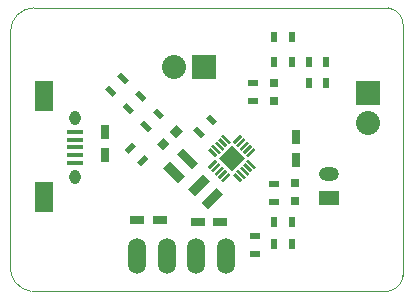
<source format=gbr>
G04 #@! TF.FileFunction,Soldermask,Top*
%FSLAX46Y46*%
G04 Gerber Fmt 4.6, Leading zero omitted, Abs format (unit mm)*
G04 Created by KiCad (PCBNEW 4.0.1-stable) date 12/17/2015 10:37:29 AM*
%MOMM*%
G01*
G04 APERTURE LIST*
%ADD10C,0.100000*%
%ADD11O,1.506220X3.014980*%
%ADD12R,0.750000X1.200000*%
%ADD13R,0.750000X0.800000*%
%ADD14R,1.200000X0.750000*%
%ADD15R,1.350000X0.400000*%
%ADD16O,0.950000X1.250000*%
%ADD17R,1.550000X2.500000*%
%ADD18R,0.797560X0.797560*%
%ADD19R,1.700000X1.200000*%
%ADD20O,1.700000X1.200000*%
%ADD21R,0.500000X0.900000*%
%ADD22R,0.900000X0.500000*%
%ADD23R,2.032000X2.032000*%
%ADD24O,2.032000X2.032000*%
G04 APERTURE END LIST*
D10*
X152750000Y-119650000D02*
X152750000Y-120200000D01*
X152750000Y-98950000D02*
X152700000Y-98950000D01*
X152750000Y-119800000D02*
X152750000Y-98950000D01*
X121300000Y-121500000D02*
X151500000Y-121500000D01*
X119500000Y-119300000D02*
X119500000Y-99500000D01*
X121500000Y-97500000D02*
X151500000Y-97500000D01*
X152750000Y-99250000D02*
G75*
G03X151500000Y-97500000I-1500000J250000D01*
G01*
X151500000Y-121500000D02*
G75*
G03X152750000Y-119750000I-250000J1500000D01*
G01*
X119500000Y-119250000D02*
G75*
G03X121250000Y-121500000I2000000J-250000D01*
G01*
X121500000Y-97500000D02*
G75*
G03X119500000Y-99500000I0J-2000000D01*
G01*
D11*
X135230000Y-118500000D03*
X137770000Y-118500000D03*
X130230000Y-118500000D03*
X132770000Y-118500000D03*
D12*
X127500000Y-108050000D03*
X127500000Y-109950000D03*
X143700000Y-110350000D03*
X143700000Y-108450000D03*
D13*
X143600000Y-113850000D03*
X143600000Y-112350000D03*
D10*
G36*
X132451992Y-109578338D02*
X131921662Y-109048008D01*
X132487348Y-108482322D01*
X133017678Y-109012652D01*
X132451992Y-109578338D01*
X132451992Y-109578338D01*
G37*
G36*
X133512652Y-108517678D02*
X132982322Y-107987348D01*
X133548008Y-107421662D01*
X134078338Y-107951992D01*
X133512652Y-108517678D01*
X133512652Y-108517678D01*
G37*
D14*
X135350000Y-115600000D03*
X137250000Y-115600000D03*
X130250000Y-115500000D03*
X132150000Y-115500000D03*
D15*
X125000000Y-108000000D03*
X125000000Y-108650000D03*
X125000000Y-109300000D03*
X125000000Y-109950000D03*
X125000000Y-110600000D03*
D16*
X125000000Y-106800000D03*
X125000000Y-111800000D03*
D17*
X122300000Y-105000000D03*
X122300000Y-113500000D03*
D18*
X141800000Y-103850700D03*
X141800000Y-105349300D03*
D10*
G36*
X134851471Y-111168629D02*
X133578679Y-109895837D01*
X134144365Y-109330151D01*
X135417157Y-110602943D01*
X134851471Y-111168629D01*
X134851471Y-111168629D01*
G37*
G36*
X133720101Y-112300000D02*
X132447309Y-111027208D01*
X133012995Y-110461522D01*
X134285787Y-111734314D01*
X133720101Y-112300000D01*
X133720101Y-112300000D01*
G37*
G36*
X136368629Y-112148529D02*
X135095837Y-113421321D01*
X134530151Y-112855635D01*
X135802943Y-111582843D01*
X136368629Y-112148529D01*
X136368629Y-112148529D01*
G37*
G36*
X137500000Y-113279899D02*
X136227208Y-114552691D01*
X135661522Y-113987005D01*
X136934314Y-112714213D01*
X137500000Y-113279899D01*
X137500000Y-113279899D01*
G37*
D19*
X146500000Y-113600000D03*
D20*
X146500000Y-111600000D03*
D21*
X144750000Y-103900000D03*
X146250000Y-103900000D03*
D22*
X140000000Y-105350000D03*
X140000000Y-103850000D03*
D21*
X141850000Y-102100000D03*
X143350000Y-102100000D03*
X144750000Y-102100000D03*
X146250000Y-102100000D03*
D10*
G36*
X135611091Y-108525305D02*
X134974695Y-107888909D01*
X135328249Y-107535355D01*
X135964645Y-108171751D01*
X135611091Y-108525305D01*
X135611091Y-108525305D01*
G37*
G36*
X136671751Y-107464645D02*
X136035355Y-106828249D01*
X136388909Y-106474695D01*
X137025305Y-107111091D01*
X136671751Y-107464645D01*
X136671751Y-107464645D01*
G37*
G36*
X131111091Y-108025305D02*
X130474695Y-107388909D01*
X130828249Y-107035355D01*
X131464645Y-107671751D01*
X131111091Y-108025305D01*
X131111091Y-108025305D01*
G37*
G36*
X132171751Y-106964645D02*
X131535355Y-106328249D01*
X131888909Y-105974695D01*
X132525305Y-106611091D01*
X132171751Y-106964645D01*
X132171751Y-106964645D01*
G37*
G36*
X131225305Y-110288909D02*
X130588909Y-110925305D01*
X130235355Y-110571751D01*
X130871751Y-109935355D01*
X131225305Y-110288909D01*
X131225305Y-110288909D01*
G37*
G36*
X130164645Y-109228249D02*
X129528249Y-109864645D01*
X129174695Y-109511091D01*
X129811091Y-108874695D01*
X130164645Y-109228249D01*
X130164645Y-109228249D01*
G37*
D22*
X140200000Y-116850000D03*
X140200000Y-118350000D03*
D21*
X141850000Y-115600000D03*
X143350000Y-115600000D03*
D22*
X141800000Y-112450000D03*
X141800000Y-113950000D03*
D21*
X141850000Y-100000000D03*
X143350000Y-100000000D03*
X141850000Y-117500000D03*
X143350000Y-117500000D03*
D10*
G36*
X137984185Y-109032278D02*
X137348382Y-108396475D01*
X137524395Y-108220462D01*
X138160198Y-108856265D01*
X137984185Y-109032278D01*
X137984185Y-109032278D01*
G37*
G36*
X137702205Y-109314258D02*
X137066402Y-108678455D01*
X137242415Y-108502442D01*
X137878218Y-109138245D01*
X137702205Y-109314258D01*
X137702205Y-109314258D01*
G37*
G36*
X137420225Y-109596238D02*
X136784422Y-108960435D01*
X136960435Y-108784422D01*
X137596238Y-109420225D01*
X137420225Y-109596238D01*
X137420225Y-109596238D01*
G37*
G36*
X137138245Y-109878218D02*
X136502442Y-109242415D01*
X136678455Y-109066402D01*
X137314258Y-109702205D01*
X137138245Y-109878218D01*
X137138245Y-109878218D01*
G37*
G36*
X136856265Y-110160198D02*
X136220462Y-109524395D01*
X136396475Y-109348382D01*
X137032278Y-109984185D01*
X136856265Y-110160198D01*
X136856265Y-110160198D01*
G37*
G36*
X137032278Y-110515815D02*
X136396475Y-111151618D01*
X136220462Y-110975605D01*
X136856265Y-110339802D01*
X137032278Y-110515815D01*
X137032278Y-110515815D01*
G37*
G36*
X137314258Y-110797795D02*
X136678455Y-111433598D01*
X136502442Y-111257585D01*
X137138245Y-110621782D01*
X137314258Y-110797795D01*
X137314258Y-110797795D01*
G37*
G36*
X137596238Y-111079775D02*
X136960435Y-111715578D01*
X136784422Y-111539565D01*
X137420225Y-110903762D01*
X137596238Y-111079775D01*
X137596238Y-111079775D01*
G37*
G36*
X137878218Y-111361755D02*
X137242415Y-111997558D01*
X137066402Y-111821545D01*
X137702205Y-111185742D01*
X137878218Y-111361755D01*
X137878218Y-111361755D01*
G37*
G36*
X138160198Y-111643735D02*
X137524395Y-112279538D01*
X137348382Y-112103525D01*
X137984185Y-111467722D01*
X138160198Y-111643735D01*
X138160198Y-111643735D01*
G37*
G36*
X138515815Y-111467722D02*
X139151618Y-112103525D01*
X138975605Y-112279538D01*
X138339802Y-111643735D01*
X138515815Y-111467722D01*
X138515815Y-111467722D01*
G37*
G36*
X138797795Y-111185742D02*
X139433598Y-111821545D01*
X139257585Y-111997558D01*
X138621782Y-111361755D01*
X138797795Y-111185742D01*
X138797795Y-111185742D01*
G37*
G36*
X139079775Y-110903762D02*
X139715578Y-111539565D01*
X139539565Y-111715578D01*
X138903762Y-111079775D01*
X139079775Y-110903762D01*
X139079775Y-110903762D01*
G37*
G36*
X139361755Y-110621782D02*
X139997558Y-111257585D01*
X139821545Y-111433598D01*
X139185742Y-110797795D01*
X139361755Y-110621782D01*
X139361755Y-110621782D01*
G37*
G36*
X139643735Y-110339802D02*
X140279538Y-110975605D01*
X140103525Y-111151618D01*
X139467722Y-110515815D01*
X139643735Y-110339802D01*
X139643735Y-110339802D01*
G37*
G36*
X139467722Y-109984185D02*
X140103525Y-109348382D01*
X140279538Y-109524395D01*
X139643735Y-110160198D01*
X139467722Y-109984185D01*
X139467722Y-109984185D01*
G37*
G36*
X139185742Y-109702205D02*
X139821545Y-109066402D01*
X139997558Y-109242415D01*
X139361755Y-109878218D01*
X139185742Y-109702205D01*
X139185742Y-109702205D01*
G37*
G36*
X138903762Y-109420225D02*
X139539565Y-108784422D01*
X139715578Y-108960435D01*
X139079775Y-109596238D01*
X138903762Y-109420225D01*
X138903762Y-109420225D01*
G37*
G36*
X138621782Y-109138245D02*
X139257585Y-108502442D01*
X139433598Y-108678455D01*
X138797795Y-109314258D01*
X138621782Y-109138245D01*
X138621782Y-109138245D01*
G37*
G36*
X138339802Y-108856265D02*
X138975605Y-108220462D01*
X139151618Y-108396475D01*
X138515815Y-109032278D01*
X138339802Y-108856265D01*
X138339802Y-108856265D01*
G37*
G36*
X138250000Y-109172369D02*
X139327631Y-110250000D01*
X138250000Y-111327631D01*
X137172369Y-110250000D01*
X138250000Y-109172369D01*
X138250000Y-109172369D01*
G37*
G36*
X128888909Y-102974695D02*
X129525305Y-103611091D01*
X129171751Y-103964645D01*
X128535355Y-103328249D01*
X128888909Y-102974695D01*
X128888909Y-102974695D01*
G37*
G36*
X127828249Y-104035355D02*
X128464645Y-104671751D01*
X128111091Y-105025305D01*
X127474695Y-104388909D01*
X127828249Y-104035355D01*
X127828249Y-104035355D01*
G37*
G36*
X130388909Y-104474695D02*
X131025305Y-105111091D01*
X130671751Y-105464645D01*
X130035355Y-104828249D01*
X130388909Y-104474695D01*
X130388909Y-104474695D01*
G37*
G36*
X129328249Y-105535355D02*
X129964645Y-106171751D01*
X129611091Y-106525305D01*
X128974695Y-105888909D01*
X129328249Y-105535355D01*
X129328249Y-105535355D01*
G37*
D23*
X149800000Y-104700000D03*
D24*
X149800000Y-107240000D03*
D23*
X135900000Y-102550000D03*
D24*
X133360000Y-102550000D03*
M02*

</source>
